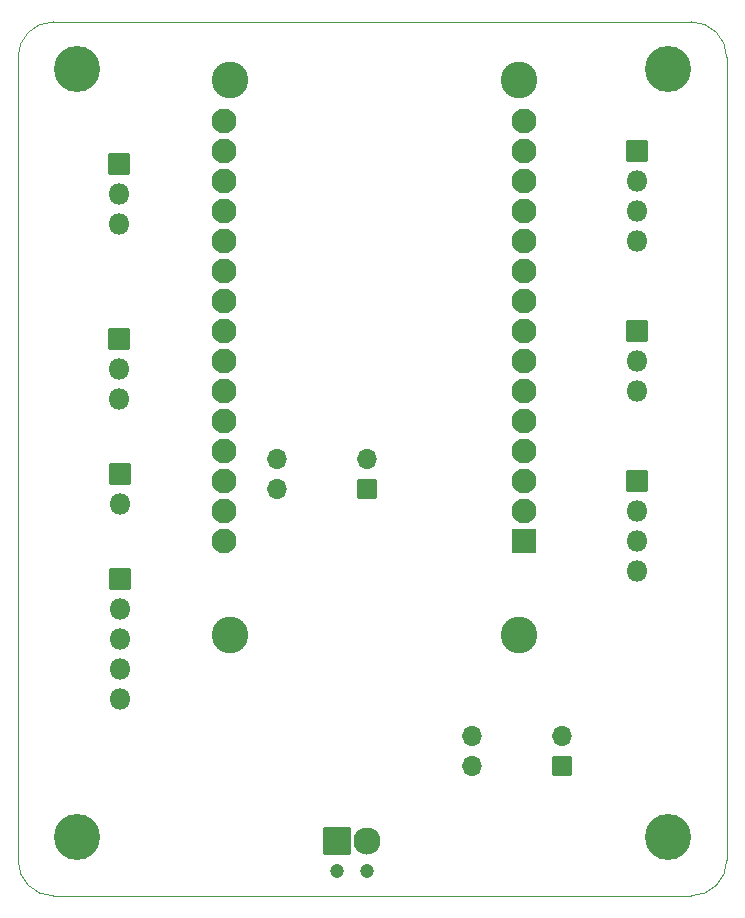
<source format=gbr>
%TF.GenerationSoftware,KiCad,Pcbnew,(6.0.7)*%
%TF.CreationDate,2022-08-26T02:08:05+02:00*%
%TF.ProjectId,airpcb_smd,61697270-6362-45f7-936d-642e6b696361,rev?*%
%TF.SameCoordinates,Original*%
%TF.FileFunction,Soldermask,Bot*%
%TF.FilePolarity,Negative*%
%FSLAX46Y46*%
G04 Gerber Fmt 4.6, Leading zero omitted, Abs format (unit mm)*
G04 Created by KiCad (PCBNEW (6.0.7)) date 2022-08-26 02:08:05*
%MOMM*%
%LPD*%
G01*
G04 APERTURE LIST*
G04 Aperture macros list*
%AMRoundRect*
0 Rectangle with rounded corners*
0 $1 Rounding radius*
0 $2 $3 $4 $5 $6 $7 $8 $9 X,Y pos of 4 corners*
0 Add a 4 corners polygon primitive as box body*
4,1,4,$2,$3,$4,$5,$6,$7,$8,$9,$2,$3,0*
0 Add four circle primitives for the rounded corners*
1,1,$1+$1,$2,$3*
1,1,$1+$1,$4,$5*
1,1,$1+$1,$6,$7*
1,1,$1+$1,$8,$9*
0 Add four rect primitives between the rounded corners*
20,1,$1+$1,$2,$3,$4,$5,0*
20,1,$1+$1,$4,$5,$6,$7,0*
20,1,$1+$1,$6,$7,$8,$9,0*
20,1,$1+$1,$8,$9,$2,$3,0*%
G04 Aperture macros list end*
%TA.AperFunction,Profile*%
%ADD10C,0.050000*%
%TD*%
%ADD11C,3.100000*%
%ADD12RoundRect,0.050000X1.000000X1.000000X-1.000000X1.000000X-1.000000X-1.000000X1.000000X-1.000000X0*%
%ADD13C,2.100000*%
%ADD14C,1.200000*%
%ADD15RoundRect,0.050000X-1.100000X-1.100000X1.100000X-1.100000X1.100000X1.100000X-1.100000X1.100000X0*%
%ADD16C,2.300000*%
%ADD17RoundRect,0.050000X0.800000X0.800000X-0.800000X0.800000X-0.800000X-0.800000X0.800000X-0.800000X0*%
%ADD18O,1.700000X1.700000*%
%ADD19C,3.900000*%
%ADD20RoundRect,0.050000X-0.850000X-0.850000X0.850000X-0.850000X0.850000X0.850000X-0.850000X0.850000X0*%
%ADD21O,1.800000X1.800000*%
G04 APERTURE END LIST*
D10*
X103000000Y-50000000D02*
G75*
G03*
X100000000Y-53000000I0J-3000000D01*
G01*
X103000000Y-50000000D02*
X157000000Y-50000000D01*
X100000000Y-121000000D02*
G75*
G03*
X103000000Y-124000000I3000000J0D01*
G01*
X160000000Y-53000000D02*
G75*
G03*
X157000000Y-50000000I-3000000J0D01*
G01*
X160000000Y-53000000D02*
X160000000Y-121000000D01*
X103000000Y-124000000D02*
X157000000Y-124000000D01*
X100000000Y-53000000D02*
X100000000Y-121000000D01*
X157000000Y-124000000D02*
G75*
G03*
X160000000Y-121000000I0J3000000D01*
G01*
D11*
%TO.C,U3*%
X142445000Y-101890000D03*
X142445000Y-54940000D03*
X117935000Y-54940000D03*
X117935000Y-101890000D03*
D12*
X142865000Y-93930000D03*
D13*
X142865000Y-91390000D03*
X142865000Y-88850000D03*
X142865000Y-86310000D03*
X142865000Y-83770000D03*
X142865000Y-81230000D03*
X142865000Y-78690000D03*
X142865000Y-76150000D03*
X142865000Y-73610000D03*
X142865000Y-71070000D03*
X142865000Y-68530000D03*
X142865000Y-65990000D03*
X142865000Y-63450000D03*
X142865000Y-60910000D03*
X142865000Y-58370000D03*
X117465000Y-58370000D03*
X117465000Y-60910000D03*
X117465000Y-63450000D03*
X117465000Y-65990000D03*
X117465000Y-68530000D03*
X117465000Y-71070000D03*
X117465000Y-73610000D03*
X117465000Y-76150000D03*
X117465000Y-78690000D03*
X117465000Y-81230000D03*
X117465000Y-83770000D03*
X117465000Y-86310000D03*
X117465000Y-88850000D03*
X117465000Y-91390000D03*
X117465000Y-93930000D03*
%TD*%
D14*
%TO.C,J4*%
X127000000Y-121920000D03*
X129540000Y-121920000D03*
D15*
X127000000Y-119380000D03*
D16*
X129540000Y-119380000D03*
%TD*%
D17*
%TO.C,U2*%
X146040000Y-113035000D03*
D18*
X146040000Y-110495000D03*
X138420000Y-110495000D03*
X138420000Y-113035000D03*
%TD*%
D19*
%TO.C,H1*%
X105000000Y-54000000D03*
%TD*%
D20*
%TO.C,J2*%
X152400000Y-88900000D03*
D21*
X152400000Y-91440000D03*
X152400000Y-93980000D03*
X152400000Y-96520000D03*
%TD*%
D20*
%TO.C,J1*%
X152400000Y-60960000D03*
D21*
X152400000Y-63500000D03*
X152400000Y-66040000D03*
X152400000Y-68580000D03*
%TD*%
D20*
%TO.C,J7*%
X108585000Y-76835000D03*
D21*
X108585000Y-79375000D03*
X108585000Y-81915000D03*
%TD*%
D17*
%TO.C,U1*%
X129540000Y-89535000D03*
D18*
X129540000Y-86995000D03*
X121920000Y-86995000D03*
X121920000Y-89535000D03*
%TD*%
D20*
%TO.C,J9*%
X108585000Y-62066000D03*
D21*
X108585000Y-64606000D03*
X108585000Y-67146000D03*
%TD*%
D19*
%TO.C,H2*%
X155000000Y-54000000D03*
%TD*%
D20*
%TO.C,J8*%
X152400000Y-76200000D03*
D21*
X152400000Y-78740000D03*
X152400000Y-81280000D03*
%TD*%
D20*
%TO.C,J3*%
X108610000Y-88285000D03*
D21*
X108610000Y-90825000D03*
%TD*%
D19*
%TO.C,H4*%
X105000000Y-119000000D03*
%TD*%
%TO.C,H3*%
X155000000Y-119000000D03*
%TD*%
D20*
%TO.C,J11*%
X108610000Y-97185000D03*
D21*
X108610000Y-99725000D03*
X108610000Y-102265000D03*
X108610000Y-104805000D03*
X108610000Y-107345000D03*
%TD*%
M02*

</source>
